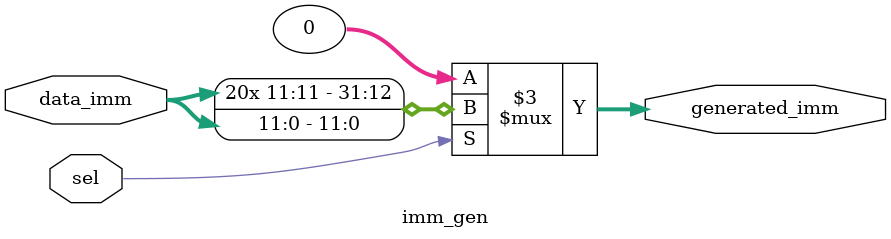
<source format=v>
module imm_gen(
	input sel,
	input [11:0] data_imm,
	output reg [31:0] generated_imm
	);

	// copy last bit from input across 20 remaining bits to sign extend
	always @(*) begin
		// if sel is enabled, pass through value
		if (sel) begin
			generated_imm = $signed(data_imm);
			// generated_imm = {{20{data_imm[11]}}, data_imm[11:0]};
		end
		else
			generated_imm = 32'd0;

		$display("generated_imm: %0d", generated_imm);

	end

endmodule // imm_gen
</source>
